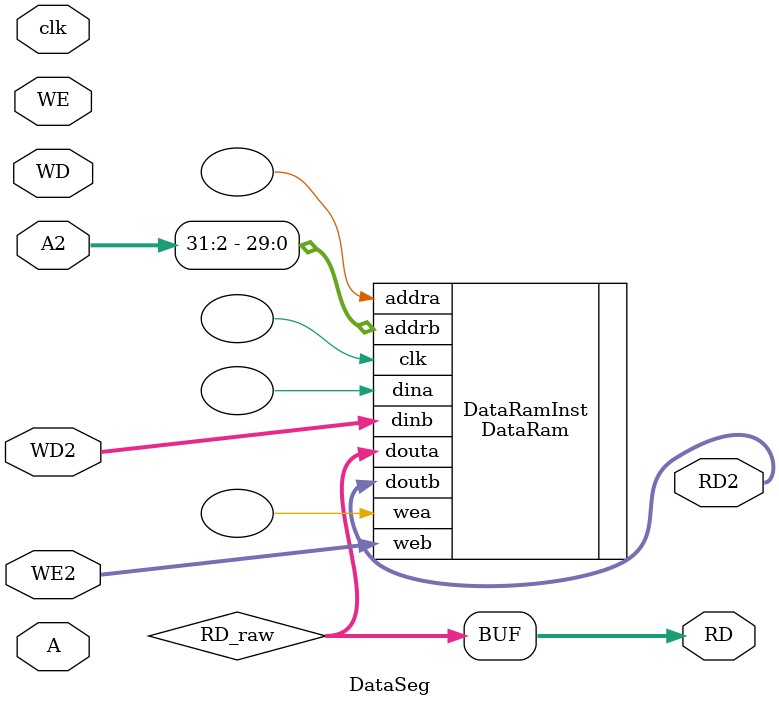
<source format=v>
`timescale 1ns / 1ps
module DataSeg(
    input wire clk,
    //Data Memory Access
    input wire [31:0] A,
    input wire [31:0] WD,
    input wire [3:0] WE,
    output wire [31:0] RD,
    //Data Memory Debug
    input wire [31:0] A2,
    input wire [31:0] WD2,
    input wire [3:0] WE2,
    output wire [31:0] RD2
    );

    wire [31:0] RD_raw;
    DataRam DataRamInst (
        .clk    (),                      //Çë²¹È«
        .wea    (),                      //Çë²¹È«  ²»ÄÜÓÃLoadedBytesSelect£¬´ËÊ±Õâ»¹ÊÇÉÏÒ»¸öÉÏÉýÑØµÄµØÖ·µÄÄ©2Î»
        .addra  (),                      //Çë²¹È«
        .dina   (),                      //Çë²¹È«
        .douta  ( RD_raw         ),
        .web    ( WE2            ),
        .addrb  ( A2[31:2]       ),
        .dinb   ( WD2            ),
        .doutb  ( RD2            )
    );   

    assign RD = RD_raw;

endmodule

//¹¦ÄÜËµÃ÷
    //DataSegÍ¬Ê±°üº¬ÁËÒ»¸öÍ¬²½¶ÁÐ´µÄBram
    //£¨´Ë´¦Äã¿ÉÒÔµ÷ÓÃÎÒÃÇÌá¹©µÄDataRam£¬Ëü½«»á×Ô¶¯×ÛºÏÎªblock memory£¬ÄãÒ²¿ÉÒÔÌæ´úÐÔµÄµ÷ÓÃxilinxµÄbram ipºË£©¡£

//ÊµÑéÒªÇó  
    //ÄãÐèÒª²¹È«ÉÏ·½´úÂë£¬Ðè²¹È«µÄÆ¬¶Î½ØÈ¡ÈçÏÂ
    //DataRam DataRamInst (
    //    .clk    (???),                      //Çë²¹È«
    //    .wea    (???),                      //Çë²¹È«
    //    .addra  (???),                      //Çë²¹È«
    //    .dina   (???),                      //Çë²¹È«
    //    .douta  ( RD_raw         ),
    //    .web    ( WE2            ),
    //    .addrb  ( A2[31:2]       ),
    //    .dinb   ( WD2            ),
    //    .doutb  ( RD2            )
    //);   
//×¢ÒâÊÂÏî
    //ÊäÈëµ½DataRamµÄaddraÊÇ×ÖµØÖ·£¬Ò»¸ö×Ö32bit
    //ÇëÅäºÏDataExtÄ£¿éÊµÏÖ·Ç×Ö¶ÔÆë×Ö½Úload
    //ÇëÍ¨¹ý²¹È«´úÂëÊµÏÖ·Ç×Ö¶ÔÆëstore


</source>
